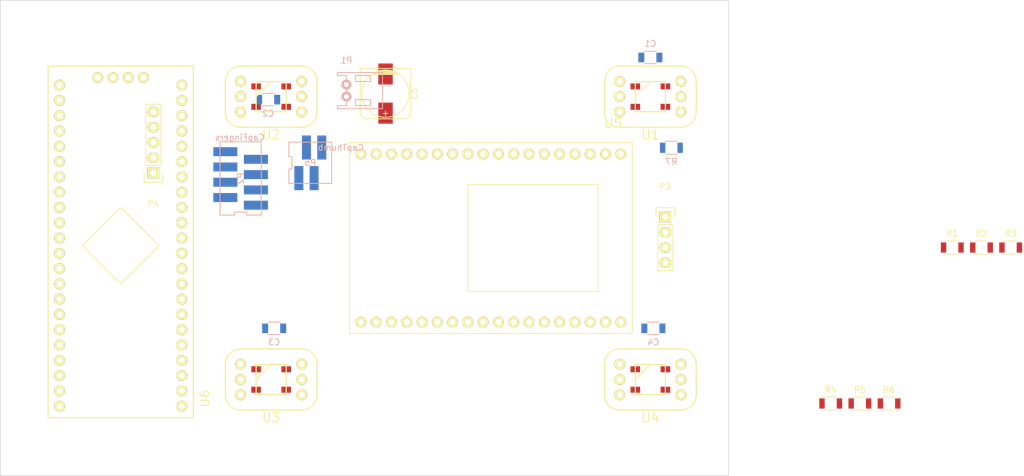
<source format=kicad_pcb>
(kicad_pcb (version 4) (host pcbnew "(2015-04-29 BZR 5631)-product")

  (general
    (links 81)
    (no_connects 81)
    (area 38.04 -118.35 182.050001 121.050001)
    (thickness 1.6)
    (drawings 4)
    (tracks 0)
    (zones 0)
    (modules 23)
    (nets 91)
  )

  (page A4)
  (layers
    (0 F.Cu signal)
    (31 B.Cu signal)
    (32 B.Adhes user)
    (33 F.Adhes user)
    (34 B.Paste user)
    (35 F.Paste user)
    (36 B.SilkS user)
    (37 F.SilkS user)
    (38 B.Mask user)
    (39 F.Mask user)
    (40 Dwgs.User user)
    (41 Cmts.User user)
    (42 Eco1.User user)
    (43 Eco2.User user)
    (44 Edge.Cuts user)
    (45 Margin user)
    (46 B.CrtYd user)
    (47 F.CrtYd user)
    (48 B.Fab user)
    (49 F.Fab user)
  )

  (setup
    (last_trace_width 0.25)
    (trace_clearance 0.2)
    (zone_clearance 0.508)
    (zone_45_only no)
    (trace_min 0.2)
    (segment_width 0.2)
    (edge_width 0.1)
    (via_size 0.6)
    (via_drill 0.4)
    (via_min_size 0.4)
    (via_min_drill 0.3)
    (uvia_size 0.3)
    (uvia_drill 0.1)
    (uvias_allowed no)
    (uvia_min_size 0.2)
    (uvia_min_drill 0.1)
    (pcb_text_width 0.3)
    (pcb_text_size 1.5 1.5)
    (mod_edge_width 0.15)
    (mod_text_size 1 1)
    (mod_text_width 0.15)
    (pad_size 1.5 1.5)
    (pad_drill 0.6)
    (pad_to_mask_clearance 0)
    (aux_axis_origin 0 0)
    (visible_elements FFFFF77F)
    (pcbplotparams
      (layerselection 0x00030_80000001)
      (usegerberextensions false)
      (excludeedgelayer true)
      (linewidth 0.100000)
      (plotframeref false)
      (viasonmask false)
      (mode 1)
      (useauxorigin false)
      (hpglpennumber 1)
      (hpglpenspeed 20)
      (hpglpendiameter 15)
      (hpglpenoverlay 2)
      (psnegative false)
      (psa4output false)
      (plotreference true)
      (plotvalue true)
      (plotinvisibletext false)
      (padsonsilk false)
      (subtractmaskfromsilk false)
      (outputformat 1)
      (mirror false)
      (drillshape 1)
      (scaleselection 1)
      (outputdirectory ""))
  )

  (net 0 "")
  (net 1 VDD)
  (net 2 GND)
  (net 3 "Net-(P3-Pad1)")
  (net 4 "Net-(P3-Pad3)")
  (net 5 "Net-(P4-Pad1)")
  (net 6 "Net-(P4-Pad3)")
  (net 7 "Net-(P4-Pad4)")
  (net 8 "Net-(P4-Pad5)")
  (net 9 "Net-(R1-Pad1)")
  (net 10 "Net-(R2-Pad1)")
  (net 11 "Net-(R3-Pad1)")
  (net 12 "Net-(P2-Pad7)")
  (net 13 "Net-(R4-Pad1)")
  (net 14 "Net-(P2-Pad5)")
  (net 15 "Net-(R5-Pad1)")
  (net 16 "Net-(P2-Pad3)")
  (net 17 "Net-(R6-Pad1)")
  (net 18 "Net-(P2-Pad1)")
  (net 19 "Net-(R7-Pad1)")
  (net 20 "Net-(R7-Pad2)")
  (net 21 "Net-(U1-Pad1)")
  (net 22 "Net-(U1-Pad4)")
  (net 23 "Net-(U2-Pad4)")
  (net 24 "Net-(U3-Pad4)")
  (net 25 "Net-(U5-Pad2)")
  (net 26 "Net-(U5-Pad3)")
  (net 27 "Net-(U5-Pad4)")
  (net 28 "Net-(U5-Pad5)")
  (net 29 "Net-(U5-Pad6)")
  (net 30 "Net-(U5-Pad7)")
  (net 31 "Net-(U5-Pad8)")
  (net 32 "Net-(U5-Pad9)")
  (net 33 "Net-(U5-Pad10)")
  (net 34 "Net-(U5-Pad11)")
  (net 35 "Net-(U5-Pad12)")
  (net 36 "Net-(U5-Pad13)")
  (net 37 "Net-(U5-Pad14)")
  (net 38 "Net-(U5-Pad15)")
  (net 39 "Net-(U5-Pad16)")
  (net 40 "Net-(U5-Pad18)")
  (net 41 "Net-(U5-Pad20)")
  (net 42 "Net-(U5-Pad21)")
  (net 43 "Net-(U5-Pad22)")
  (net 44 "Net-(U5-Pad23)")
  (net 45 "Net-(U5-Pad24)")
  (net 46 "Net-(U5-Pad25)")
  (net 47 "Net-(U5-Pad26)")
  (net 48 "Net-(U5-Pad27)")
  (net 49 "Net-(U5-Pad28)")
  (net 50 "Net-(U5-Pad29)")
  (net 51 "Net-(U5-Pad30)")
  (net 52 "Net-(U5-Pad31)")
  (net 53 "Net-(U5-Pad32)")
  (net 54 "Net-(U5-Pad33)")
  (net 55 "Net-(U5-Pad34)")
  (net 56 "Net-(U6-Pad2)")
  (net 57 "Net-(U6-Pad3)")
  (net 58 "Net-(U6-Pad5)")
  (net 59 "Net-(U6-Pad6)")
  (net 60 "Net-(U6-Pad7)")
  (net 61 "Net-(U6-Pad9)")
  (net 62 "Net-(U6-Pad10)")
  (net 63 "Net-(U6-Pad11)")
  (net 64 "Net-(U6-Pad12)")
  (net 65 "Net-(U6-Pad13)")
  (net 66 "Net-(U6-Pad14)")
  (net 67 "Net-(U6-Pad15)")
  (net 68 "Net-(U6-Pad17)")
  (net 69 "Net-(U6-Pad23)")
  (net 70 "Net-(U6-Pad24)")
  (net 71 "Net-(U6-Pad25)")
  (net 72 "Net-(U6-Pad26)")
  (net 73 "Net-(U6-Pad27)")
  (net 74 "Net-(U6-Pad28)")
  (net 75 "Net-(U6-Pad29)")
  (net 76 "Net-(U6-Pad31)")
  (net 77 "Net-(U6-Pad32)")
  (net 78 "Net-(U6-Pad33)")
  (net 79 "Net-(U6-Pad34)")
  (net 80 "Net-(U6-Pad35)")
  (net 81 "Net-(U6-Pad37)")
  (net 82 "Net-(U6-Pad40)")
  (net 83 "Net-(U6-Pad41)")
  (net 84 "Net-(U6-Pad42)")
  (net 85 "Net-(U6-Pad38)")
  (net 86 "Net-(U6-Pad46)")
  (net 87 "Net-(U6-Pad47)")
  (net 88 "Net-(U6-Pad48)")
  (net 89 "Net-(P5-Pad1)")
  (net 90 "Net-(P5-Pad3)")

  (net_class Default "This is the default net class."
    (clearance 0.2)
    (trace_width 0.25)
    (via_dia 0.6)
    (via_drill 0.4)
    (uvia_dia 0.3)
    (uvia_drill 0.1)
    (add_net GND)
    (add_net "Net-(P2-Pad1)")
    (add_net "Net-(P2-Pad3)")
    (add_net "Net-(P2-Pad5)")
    (add_net "Net-(P2-Pad7)")
    (add_net "Net-(P3-Pad1)")
    (add_net "Net-(P3-Pad3)")
    (add_net "Net-(P4-Pad1)")
    (add_net "Net-(P4-Pad3)")
    (add_net "Net-(P4-Pad4)")
    (add_net "Net-(P4-Pad5)")
    (add_net "Net-(P5-Pad1)")
    (add_net "Net-(P5-Pad3)")
    (add_net "Net-(R1-Pad1)")
    (add_net "Net-(R2-Pad1)")
    (add_net "Net-(R3-Pad1)")
    (add_net "Net-(R4-Pad1)")
    (add_net "Net-(R5-Pad1)")
    (add_net "Net-(R6-Pad1)")
    (add_net "Net-(R7-Pad1)")
    (add_net "Net-(R7-Pad2)")
    (add_net "Net-(U1-Pad1)")
    (add_net "Net-(U1-Pad4)")
    (add_net "Net-(U2-Pad4)")
    (add_net "Net-(U3-Pad4)")
    (add_net "Net-(U5-Pad10)")
    (add_net "Net-(U5-Pad11)")
    (add_net "Net-(U5-Pad12)")
    (add_net "Net-(U5-Pad13)")
    (add_net "Net-(U5-Pad14)")
    (add_net "Net-(U5-Pad15)")
    (add_net "Net-(U5-Pad16)")
    (add_net "Net-(U5-Pad18)")
    (add_net "Net-(U5-Pad2)")
    (add_net "Net-(U5-Pad20)")
    (add_net "Net-(U5-Pad21)")
    (add_net "Net-(U5-Pad22)")
    (add_net "Net-(U5-Pad23)")
    (add_net "Net-(U5-Pad24)")
    (add_net "Net-(U5-Pad25)")
    (add_net "Net-(U5-Pad26)")
    (add_net "Net-(U5-Pad27)")
    (add_net "Net-(U5-Pad28)")
    (add_net "Net-(U5-Pad29)")
    (add_net "Net-(U5-Pad3)")
    (add_net "Net-(U5-Pad30)")
    (add_net "Net-(U5-Pad31)")
    (add_net "Net-(U5-Pad32)")
    (add_net "Net-(U5-Pad33)")
    (add_net "Net-(U5-Pad34)")
    (add_net "Net-(U5-Pad4)")
    (add_net "Net-(U5-Pad5)")
    (add_net "Net-(U5-Pad6)")
    (add_net "Net-(U5-Pad7)")
    (add_net "Net-(U5-Pad8)")
    (add_net "Net-(U5-Pad9)")
    (add_net "Net-(U6-Pad10)")
    (add_net "Net-(U6-Pad11)")
    (add_net "Net-(U6-Pad12)")
    (add_net "Net-(U6-Pad13)")
    (add_net "Net-(U6-Pad14)")
    (add_net "Net-(U6-Pad15)")
    (add_net "Net-(U6-Pad17)")
    (add_net "Net-(U6-Pad2)")
    (add_net "Net-(U6-Pad23)")
    (add_net "Net-(U6-Pad24)")
    (add_net "Net-(U6-Pad25)")
    (add_net "Net-(U6-Pad26)")
    (add_net "Net-(U6-Pad27)")
    (add_net "Net-(U6-Pad28)")
    (add_net "Net-(U6-Pad29)")
    (add_net "Net-(U6-Pad3)")
    (add_net "Net-(U6-Pad31)")
    (add_net "Net-(U6-Pad32)")
    (add_net "Net-(U6-Pad33)")
    (add_net "Net-(U6-Pad34)")
    (add_net "Net-(U6-Pad35)")
    (add_net "Net-(U6-Pad37)")
    (add_net "Net-(U6-Pad38)")
    (add_net "Net-(U6-Pad40)")
    (add_net "Net-(U6-Pad41)")
    (add_net "Net-(U6-Pad42)")
    (add_net "Net-(U6-Pad46)")
    (add_net "Net-(U6-Pad47)")
    (add_net "Net-(U6-Pad48)")
    (add_net "Net-(U6-Pad5)")
    (add_net "Net-(U6-Pad6)")
    (add_net "Net-(U6-Pad7)")
    (add_net "Net-(U6-Pad9)")
    (add_net VDD)
  )

  (module Capacitors_SMD:C_1206 (layer B.Cu) (tedit 5415D7BD) (tstamp 5559D279)
    (at 169 51.5 180)
    (descr "Capacitor SMD 1206, reflow soldering, AVX (see smccp.pdf)")
    (tags "capacitor 1206")
    (path /5559CFA1)
    (attr smd)
    (fp_text reference C1 (at 0 2.3 180) (layer B.SilkS)
      (effects (font (size 1 1) (thickness 0.15)) (justify mirror))
    )
    (fp_text value 1µ (at 0 -2.3 180) (layer B.Fab)
      (effects (font (size 1 1) (thickness 0.15)) (justify mirror))
    )
    (fp_line (start -2.3 1.15) (end 2.3 1.15) (layer B.CrtYd) (width 0.05))
    (fp_line (start -2.3 -1.15) (end 2.3 -1.15) (layer B.CrtYd) (width 0.05))
    (fp_line (start -2.3 1.15) (end -2.3 -1.15) (layer B.CrtYd) (width 0.05))
    (fp_line (start 2.3 1.15) (end 2.3 -1.15) (layer B.CrtYd) (width 0.05))
    (fp_line (start 1 1.025) (end -1 1.025) (layer B.SilkS) (width 0.15))
    (fp_line (start -1 -1.025) (end 1 -1.025) (layer B.SilkS) (width 0.15))
    (pad 1 smd rect (at -1.5 0 180) (size 1 1.6) (layers B.Cu B.Paste B.Mask)
      (net 1 VDD))
    (pad 2 smd rect (at 1.5 0 180) (size 1 1.6) (layers B.Cu B.Paste B.Mask)
      (net 2 GND))
    (model Capacitors_SMD.3dshapes/C_1206.wrl
      (at (xyz 0 0 0))
      (scale (xyz 1 1 1))
      (rotate (xyz 0 0 0))
    )
  )

  (module Capacitors_SMD:C_1206 (layer B.Cu) (tedit 5415D7BD) (tstamp 5559D285)
    (at 105.5 58.5)
    (descr "Capacitor SMD 1206, reflow soldering, AVX (see smccp.pdf)")
    (tags "capacitor 1206")
    (path /5559CFFB)
    (attr smd)
    (fp_text reference C2 (at 0 2.3) (layer B.SilkS)
      (effects (font (size 1 1) (thickness 0.15)) (justify mirror))
    )
    (fp_text value 1µ (at 0 -2.3) (layer B.Fab)
      (effects (font (size 1 1) (thickness 0.15)) (justify mirror))
    )
    (fp_line (start -2.3 1.15) (end 2.3 1.15) (layer B.CrtYd) (width 0.05))
    (fp_line (start -2.3 -1.15) (end 2.3 -1.15) (layer B.CrtYd) (width 0.05))
    (fp_line (start -2.3 1.15) (end -2.3 -1.15) (layer B.CrtYd) (width 0.05))
    (fp_line (start 2.3 1.15) (end 2.3 -1.15) (layer B.CrtYd) (width 0.05))
    (fp_line (start 1 1.025) (end -1 1.025) (layer B.SilkS) (width 0.15))
    (fp_line (start -1 -1.025) (end 1 -1.025) (layer B.SilkS) (width 0.15))
    (pad 1 smd rect (at -1.5 0) (size 1 1.6) (layers B.Cu B.Paste B.Mask)
      (net 1 VDD))
    (pad 2 smd rect (at 1.5 0) (size 1 1.6) (layers B.Cu B.Paste B.Mask)
      (net 2 GND))
    (model Capacitors_SMD.3dshapes/C_1206.wrl
      (at (xyz 0 0 0))
      (scale (xyz 1 1 1))
      (rotate (xyz 0 0 0))
    )
  )

  (module Capacitors_SMD:C_1206 (layer B.Cu) (tedit 5415D7BD) (tstamp 5559D291)
    (at 106.5 96.5)
    (descr "Capacitor SMD 1206, reflow soldering, AVX (see smccp.pdf)")
    (tags "capacitor 1206")
    (path /5559D031)
    (attr smd)
    (fp_text reference C3 (at 0 2.3) (layer B.SilkS)
      (effects (font (size 1 1) (thickness 0.15)) (justify mirror))
    )
    (fp_text value 1µ (at 0 -2.3) (layer B.Fab)
      (effects (font (size 1 1) (thickness 0.15)) (justify mirror))
    )
    (fp_line (start -2.3 1.15) (end 2.3 1.15) (layer B.CrtYd) (width 0.05))
    (fp_line (start -2.3 -1.15) (end 2.3 -1.15) (layer B.CrtYd) (width 0.05))
    (fp_line (start -2.3 1.15) (end -2.3 -1.15) (layer B.CrtYd) (width 0.05))
    (fp_line (start 2.3 1.15) (end 2.3 -1.15) (layer B.CrtYd) (width 0.05))
    (fp_line (start 1 1.025) (end -1 1.025) (layer B.SilkS) (width 0.15))
    (fp_line (start -1 -1.025) (end 1 -1.025) (layer B.SilkS) (width 0.15))
    (pad 1 smd rect (at -1.5 0) (size 1 1.6) (layers B.Cu B.Paste B.Mask)
      (net 1 VDD))
    (pad 2 smd rect (at 1.5 0) (size 1 1.6) (layers B.Cu B.Paste B.Mask)
      (net 2 GND))
    (model Capacitors_SMD.3dshapes/C_1206.wrl
      (at (xyz 0 0 0))
      (scale (xyz 1 1 1))
      (rotate (xyz 0 0 0))
    )
  )

  (module Capacitors_SMD:C_1206 (layer B.Cu) (tedit 5415D7BD) (tstamp 5559D29D)
    (at 169.5 96.5)
    (descr "Capacitor SMD 1206, reflow soldering, AVX (see smccp.pdf)")
    (tags "capacitor 1206")
    (path /5559D069)
    (attr smd)
    (fp_text reference C4 (at 0 2.3) (layer B.SilkS)
      (effects (font (size 1 1) (thickness 0.15)) (justify mirror))
    )
    (fp_text value 1µ (at 0 -2.3) (layer B.Fab)
      (effects (font (size 1 1) (thickness 0.15)) (justify mirror))
    )
    (fp_line (start -2.3 1.15) (end 2.3 1.15) (layer B.CrtYd) (width 0.05))
    (fp_line (start -2.3 -1.15) (end 2.3 -1.15) (layer B.CrtYd) (width 0.05))
    (fp_line (start -2.3 1.15) (end -2.3 -1.15) (layer B.CrtYd) (width 0.05))
    (fp_line (start 2.3 1.15) (end 2.3 -1.15) (layer B.CrtYd) (width 0.05))
    (fp_line (start 1 1.025) (end -1 1.025) (layer B.SilkS) (width 0.15))
    (fp_line (start -1 -1.025) (end 1 -1.025) (layer B.SilkS) (width 0.15))
    (pad 1 smd rect (at -1.5 0) (size 1 1.6) (layers B.Cu B.Paste B.Mask)
      (net 1 VDD))
    (pad 2 smd rect (at 1.5 0) (size 1 1.6) (layers B.Cu B.Paste B.Mask)
      (net 2 GND))
    (model Capacitors_SMD.3dshapes/C_1206.wrl
      (at (xyz 0 0 0))
      (scale (xyz 1 1 1))
      (rotate (xyz 0 0 0))
    )
  )

  (module Pin_Headers:Pin_Header_Straight_1x04 (layer F.Cu) (tedit 0) (tstamp 5559D2C1)
    (at 171.5 78)
    (descr "Through hole pin header")
    (tags "pin header")
    (path /5549025F)
    (fp_text reference P3 (at 0 -5.1) (layer F.SilkS)
      (effects (font (size 1 1) (thickness 0.15)))
    )
    (fp_text value "TO LOWER" (at 0 -3.1) (layer F.Fab)
      (effects (font (size 1 1) (thickness 0.15)))
    )
    (fp_line (start -1.75 -1.75) (end -1.75 9.4) (layer F.CrtYd) (width 0.05))
    (fp_line (start 1.75 -1.75) (end 1.75 9.4) (layer F.CrtYd) (width 0.05))
    (fp_line (start -1.75 -1.75) (end 1.75 -1.75) (layer F.CrtYd) (width 0.05))
    (fp_line (start -1.75 9.4) (end 1.75 9.4) (layer F.CrtYd) (width 0.05))
    (fp_line (start -1.27 1.27) (end -1.27 8.89) (layer F.SilkS) (width 0.15))
    (fp_line (start 1.27 1.27) (end 1.27 8.89) (layer F.SilkS) (width 0.15))
    (fp_line (start 1.55 -1.55) (end 1.55 0) (layer F.SilkS) (width 0.15))
    (fp_line (start -1.27 8.89) (end 1.27 8.89) (layer F.SilkS) (width 0.15))
    (fp_line (start 1.27 1.27) (end -1.27 1.27) (layer F.SilkS) (width 0.15))
    (fp_line (start -1.55 0) (end -1.55 -1.55) (layer F.SilkS) (width 0.15))
    (fp_line (start -1.55 -1.55) (end 1.55 -1.55) (layer F.SilkS) (width 0.15))
    (pad 1 thru_hole rect (at 0 0) (size 2.032 1.7272) (drill 1.016) (layers *.Cu *.Mask F.SilkS)
      (net 3 "Net-(P3-Pad1)"))
    (pad 2 thru_hole oval (at 0 2.54) (size 2.032 1.7272) (drill 1.016) (layers *.Cu *.Mask F.SilkS)
      (net 1 VDD))
    (pad 3 thru_hole oval (at 0 5.08) (size 2.032 1.7272) (drill 1.016) (layers *.Cu *.Mask F.SilkS)
      (net 4 "Net-(P3-Pad3)"))
    (pad 4 thru_hole oval (at 0 7.62) (size 2.032 1.7272) (drill 1.016) (layers *.Cu *.Mask F.SilkS)
      (net 2 GND))
    (model Pin_Headers.3dshapes/Pin_Header_Straight_1x04.wrl
      (at (xyz 0 -0.15 0))
      (scale (xyz 1 1 1))
      (rotate (xyz 0 0 90))
    )
  )

  (module Pin_Headers:Pin_Header_Straight_1x05 (layer F.Cu) (tedit 54EA0684) (tstamp 5559D2D5)
    (at 86.44 70.7 180)
    (descr "Through hole pin header")
    (tags "pin header")
    (path /5548E536)
    (fp_text reference P4 (at 0 -5.1 180) (layer F.SilkS)
      (effects (font (size 1 1) (thickness 0.15)))
    )
    (fp_text value "Debug Conn" (at 0 -3.1 180) (layer F.Fab)
      (effects (font (size 1 1) (thickness 0.15)))
    )
    (fp_line (start -1.55 0) (end -1.55 -1.55) (layer F.SilkS) (width 0.15))
    (fp_line (start -1.55 -1.55) (end 1.55 -1.55) (layer F.SilkS) (width 0.15))
    (fp_line (start 1.55 -1.55) (end 1.55 0) (layer F.SilkS) (width 0.15))
    (fp_line (start -1.75 -1.75) (end -1.75 11.95) (layer F.CrtYd) (width 0.05))
    (fp_line (start 1.75 -1.75) (end 1.75 11.95) (layer F.CrtYd) (width 0.05))
    (fp_line (start -1.75 -1.75) (end 1.75 -1.75) (layer F.CrtYd) (width 0.05))
    (fp_line (start -1.75 11.95) (end 1.75 11.95) (layer F.CrtYd) (width 0.05))
    (fp_line (start 1.27 1.27) (end 1.27 11.43) (layer F.SilkS) (width 0.15))
    (fp_line (start 1.27 11.43) (end -1.27 11.43) (layer F.SilkS) (width 0.15))
    (fp_line (start -1.27 11.43) (end -1.27 1.27) (layer F.SilkS) (width 0.15))
    (fp_line (start 1.27 1.27) (end -1.27 1.27) (layer F.SilkS) (width 0.15))
    (pad 1 thru_hole rect (at 0 0 180) (size 2.032 1.7272) (drill 1.016) (layers *.Cu *.Mask F.SilkS)
      (net 5 "Net-(P4-Pad1)"))
    (pad 2 thru_hole oval (at 0 2.54 180) (size 2.032 1.7272) (drill 1.016) (layers *.Cu *.Mask F.SilkS)
      (net 2 GND))
    (pad 3 thru_hole oval (at 0 5.08 180) (size 2.032 1.7272) (drill 1.016) (layers *.Cu *.Mask F.SilkS)
      (net 6 "Net-(P4-Pad3)"))
    (pad 4 thru_hole oval (at 0 7.62 180) (size 2.032 1.7272) (drill 1.016) (layers *.Cu *.Mask F.SilkS)
      (net 7 "Net-(P4-Pad4)"))
    (pad 5 thru_hole oval (at 0 10.16 180) (size 2.032 1.7272) (drill 1.016) (layers *.Cu *.Mask F.SilkS)
      (net 8 "Net-(P4-Pad5)"))
    (model Pin_Headers.3dshapes/Pin_Header_Straight_1x05.wrl
      (at (xyz 0 -0.2 0))
      (scale (xyz 1 1 1))
      (rotate (xyz 0 0 90))
    )
  )

  (module Resistors_SMD:R_1206 (layer F.Cu) (tedit 5415CFA7) (tstamp 5559D2E1)
    (at 219.165001 83.075)
    (descr "Resistor SMD 1206, reflow soldering, Vishay (see dcrcw.pdf)")
    (tags "resistor 1206")
    (path /5548D9A3)
    (attr smd)
    (fp_text reference R1 (at 0 -2.3) (layer F.SilkS)
      (effects (font (size 1 1) (thickness 0.15)))
    )
    (fp_text value Rcap (at 0 2.3) (layer F.Fab)
      (effects (font (size 1 1) (thickness 0.15)))
    )
    (fp_line (start -2.2 -1.2) (end 2.2 -1.2) (layer F.CrtYd) (width 0.05))
    (fp_line (start -2.2 1.2) (end 2.2 1.2) (layer F.CrtYd) (width 0.05))
    (fp_line (start -2.2 -1.2) (end -2.2 1.2) (layer F.CrtYd) (width 0.05))
    (fp_line (start 2.2 -1.2) (end 2.2 1.2) (layer F.CrtYd) (width 0.05))
    (fp_line (start 1 1.075) (end -1 1.075) (layer F.SilkS) (width 0.15))
    (fp_line (start -1 -1.075) (end 1 -1.075) (layer F.SilkS) (width 0.15))
    (pad 1 smd rect (at -1.45 0) (size 0.9 1.7) (layers F.Cu F.Paste F.Mask)
      (net 9 "Net-(R1-Pad1)"))
    (pad 2 smd rect (at 1.45 0) (size 0.9 1.7) (layers F.Cu F.Paste F.Mask)
      (net 18 "Net-(P2-Pad1)"))
    (model Resistors_SMD.3dshapes/R_1206.wrl
      (at (xyz 0 0 0))
      (scale (xyz 1 1 1))
      (rotate (xyz 0 0 0))
    )
  )

  (module Resistors_SMD:R_1206 (layer F.Cu) (tedit 5415CFA7) (tstamp 5559D2ED)
    (at 224.015001 83.075)
    (descr "Resistor SMD 1206, reflow soldering, Vishay (see dcrcw.pdf)")
    (tags "resistor 1206")
    (path /5548D982)
    (attr smd)
    (fp_text reference R2 (at 0 -2.3) (layer F.SilkS)
      (effects (font (size 1 1) (thickness 0.15)))
    )
    (fp_text value Rcap (at 0 2.3) (layer F.Fab)
      (effects (font (size 1 1) (thickness 0.15)))
    )
    (fp_line (start -2.2 -1.2) (end 2.2 -1.2) (layer F.CrtYd) (width 0.05))
    (fp_line (start -2.2 1.2) (end 2.2 1.2) (layer F.CrtYd) (width 0.05))
    (fp_line (start -2.2 -1.2) (end -2.2 1.2) (layer F.CrtYd) (width 0.05))
    (fp_line (start 2.2 -1.2) (end 2.2 1.2) (layer F.CrtYd) (width 0.05))
    (fp_line (start 1 1.075) (end -1 1.075) (layer F.SilkS) (width 0.15))
    (fp_line (start -1 -1.075) (end 1 -1.075) (layer F.SilkS) (width 0.15))
    (pad 1 smd rect (at -1.45 0) (size 0.9 1.7) (layers F.Cu F.Paste F.Mask)
      (net 10 "Net-(R2-Pad1)"))
    (pad 2 smd rect (at 1.45 0) (size 0.9 1.7) (layers F.Cu F.Paste F.Mask)
      (net 16 "Net-(P2-Pad3)"))
    (model Resistors_SMD.3dshapes/R_1206.wrl
      (at (xyz 0 0 0))
      (scale (xyz 1 1 1))
      (rotate (xyz 0 0 0))
    )
  )

  (module Resistors_SMD:R_1206 (layer F.Cu) (tedit 5415CFA7) (tstamp 5559D2F9)
    (at 228.865001 83.075)
    (descr "Resistor SMD 1206, reflow soldering, Vishay (see dcrcw.pdf)")
    (tags "resistor 1206")
    (path /5548D8ED)
    (attr smd)
    (fp_text reference R3 (at 0 -2.3) (layer F.SilkS)
      (effects (font (size 1 1) (thickness 0.15)))
    )
    (fp_text value Rcap (at 0 2.3) (layer F.Fab)
      (effects (font (size 1 1) (thickness 0.15)))
    )
    (fp_line (start -2.2 -1.2) (end 2.2 -1.2) (layer F.CrtYd) (width 0.05))
    (fp_line (start -2.2 1.2) (end 2.2 1.2) (layer F.CrtYd) (width 0.05))
    (fp_line (start -2.2 -1.2) (end -2.2 1.2) (layer F.CrtYd) (width 0.05))
    (fp_line (start 2.2 -1.2) (end 2.2 1.2) (layer F.CrtYd) (width 0.05))
    (fp_line (start 1 1.075) (end -1 1.075) (layer F.SilkS) (width 0.15))
    (fp_line (start -1 -1.075) (end 1 -1.075) (layer F.SilkS) (width 0.15))
    (pad 1 smd rect (at -1.45 0) (size 0.9 1.7) (layers F.Cu F.Paste F.Mask)
      (net 11 "Net-(R3-Pad1)"))
    (pad 2 smd rect (at 1.45 0) (size 0.9 1.7) (layers F.Cu F.Paste F.Mask)
      (net 14 "Net-(P2-Pad5)"))
    (model Resistors_SMD.3dshapes/R_1206.wrl
      (at (xyz 0 0 0))
      (scale (xyz 1 1 1))
      (rotate (xyz 0 0 0))
    )
  )

  (module Resistors_SMD:R_1206 (layer F.Cu) (tedit 5415CFA7) (tstamp 5559D305)
    (at 198.965001 108.985)
    (descr "Resistor SMD 1206, reflow soldering, Vishay (see dcrcw.pdf)")
    (tags "resistor 1206")
    (path /5548D918)
    (attr smd)
    (fp_text reference R4 (at 0 -2.3) (layer F.SilkS)
      (effects (font (size 1 1) (thickness 0.15)))
    )
    (fp_text value Rcap (at 0 2.3) (layer F.Fab)
      (effects (font (size 1 1) (thickness 0.15)))
    )
    (fp_line (start -2.2 -1.2) (end 2.2 -1.2) (layer F.CrtYd) (width 0.05))
    (fp_line (start -2.2 1.2) (end 2.2 1.2) (layer F.CrtYd) (width 0.05))
    (fp_line (start -2.2 -1.2) (end -2.2 1.2) (layer F.CrtYd) (width 0.05))
    (fp_line (start 2.2 -1.2) (end 2.2 1.2) (layer F.CrtYd) (width 0.05))
    (fp_line (start 1 1.075) (end -1 1.075) (layer F.SilkS) (width 0.15))
    (fp_line (start -1 -1.075) (end 1 -1.075) (layer F.SilkS) (width 0.15))
    (pad 1 smd rect (at -1.45 0) (size 0.9 1.7) (layers F.Cu F.Paste F.Mask)
      (net 13 "Net-(R4-Pad1)"))
    (pad 2 smd rect (at 1.45 0) (size 0.9 1.7) (layers F.Cu F.Paste F.Mask)
      (net 12 "Net-(P2-Pad7)"))
    (model Resistors_SMD.3dshapes/R_1206.wrl
      (at (xyz 0 0 0))
      (scale (xyz 1 1 1))
      (rotate (xyz 0 0 0))
    )
  )

  (module Resistors_SMD:R_1206 (layer F.Cu) (tedit 5415CFA7) (tstamp 5559D311)
    (at 203.815001 108.985)
    (descr "Resistor SMD 1206, reflow soldering, Vishay (see dcrcw.pdf)")
    (tags "resistor 1206")
    (path /5548D948)
    (attr smd)
    (fp_text reference R5 (at 0 -2.3) (layer F.SilkS)
      (effects (font (size 1 1) (thickness 0.15)))
    )
    (fp_text value Rcap (at 0 2.3) (layer F.Fab)
      (effects (font (size 1 1) (thickness 0.15)))
    )
    (fp_line (start -2.2 -1.2) (end 2.2 -1.2) (layer F.CrtYd) (width 0.05))
    (fp_line (start -2.2 1.2) (end 2.2 1.2) (layer F.CrtYd) (width 0.05))
    (fp_line (start -2.2 -1.2) (end -2.2 1.2) (layer F.CrtYd) (width 0.05))
    (fp_line (start 2.2 -1.2) (end 2.2 1.2) (layer F.CrtYd) (width 0.05))
    (fp_line (start 1 1.075) (end -1 1.075) (layer F.SilkS) (width 0.15))
    (fp_line (start -1 -1.075) (end 1 -1.075) (layer F.SilkS) (width 0.15))
    (pad 1 smd rect (at -1.45 0) (size 0.9 1.7) (layers F.Cu F.Paste F.Mask)
      (net 15 "Net-(R5-Pad1)"))
    (pad 2 smd rect (at 1.45 0) (size 0.9 1.7) (layers F.Cu F.Paste F.Mask)
      (net 89 "Net-(P5-Pad1)"))
    (model Resistors_SMD.3dshapes/R_1206.wrl
      (at (xyz 0 0 0))
      (scale (xyz 1 1 1))
      (rotate (xyz 0 0 0))
    )
  )

  (module Resistors_SMD:R_1206 (layer F.Cu) (tedit 5415CFA7) (tstamp 5559D31D)
    (at 208.665001 108.985)
    (descr "Resistor SMD 1206, reflow soldering, Vishay (see dcrcw.pdf)")
    (tags "resistor 1206")
    (path /5548D964)
    (attr smd)
    (fp_text reference R6 (at 0 -2.3) (layer F.SilkS)
      (effects (font (size 1 1) (thickness 0.15)))
    )
    (fp_text value Rcap (at 0 2.3) (layer F.Fab)
      (effects (font (size 1 1) (thickness 0.15)))
    )
    (fp_line (start -2.2 -1.2) (end 2.2 -1.2) (layer F.CrtYd) (width 0.05))
    (fp_line (start -2.2 1.2) (end 2.2 1.2) (layer F.CrtYd) (width 0.05))
    (fp_line (start -2.2 -1.2) (end -2.2 1.2) (layer F.CrtYd) (width 0.05))
    (fp_line (start 2.2 -1.2) (end 2.2 1.2) (layer F.CrtYd) (width 0.05))
    (fp_line (start 1 1.075) (end -1 1.075) (layer F.SilkS) (width 0.15))
    (fp_line (start -1 -1.075) (end 1 -1.075) (layer F.SilkS) (width 0.15))
    (pad 1 smd rect (at -1.45 0) (size 0.9 1.7) (layers F.Cu F.Paste F.Mask)
      (net 17 "Net-(R6-Pad1)"))
    (pad 2 smd rect (at 1.45 0) (size 0.9 1.7) (layers F.Cu F.Paste F.Mask)
      (net 90 "Net-(P5-Pad3)"))
    (model Resistors_SMD.3dshapes/R_1206.wrl
      (at (xyz 0 0 0))
      (scale (xyz 1 1 1))
      (rotate (xyz 0 0 0))
    )
  )

  (module Resistors_SMD:R_1206 (layer B.Cu) (tedit 5415CFA7) (tstamp 5559D329)
    (at 172.5 66.5)
    (descr "Resistor SMD 1206, reflow soldering, Vishay (see dcrcw.pdf)")
    (tags "resistor 1206")
    (path /5559D6FB)
    (attr smd)
    (fp_text reference R7 (at 0 2.3) (layer B.SilkS)
      (effects (font (size 1 1) (thickness 0.15)) (justify mirror))
    )
    (fp_text value 100 (at 0 -2.3) (layer B.Fab)
      (effects (font (size 1 1) (thickness 0.15)) (justify mirror))
    )
    (fp_line (start -2.2 1.2) (end 2.2 1.2) (layer B.CrtYd) (width 0.05))
    (fp_line (start -2.2 -1.2) (end 2.2 -1.2) (layer B.CrtYd) (width 0.05))
    (fp_line (start -2.2 1.2) (end -2.2 -1.2) (layer B.CrtYd) (width 0.05))
    (fp_line (start 2.2 1.2) (end 2.2 -1.2) (layer B.CrtYd) (width 0.05))
    (fp_line (start 1 -1.075) (end -1 -1.075) (layer B.SilkS) (width 0.15))
    (fp_line (start -1 1.075) (end 1 1.075) (layer B.SilkS) (width 0.15))
    (pad 1 smd rect (at -1.45 0) (size 0.9 1.7) (layers B.Cu B.Paste B.Mask)
      (net 19 "Net-(R7-Pad1)"))
    (pad 2 smd rect (at 1.45 0) (size 0.9 1.7) (layers B.Cu B.Paste B.Mask)
      (net 20 "Net-(R7-Pad2)"))
    (model Resistors_SMD.3dshapes/R_1206.wrl
      (at (xyz 0 0 0))
      (scale (xyz 1 1 1))
      (rotate (xyz 0 0 0))
    )
  )

  (module Pushpull:NeoPixel_WS2812B (layer F.Cu) (tedit 5559CED5) (tstamp 5559D345)
    (at 169 58)
    (path /5548F329)
    (fp_text reference U1 (at 0 6.35) (layer F.SilkS)
      (effects (font (size 1.5 1.5) (thickness 0.2)))
    )
    (fp_text value NEOPixel_BBFriend (at 0 -6.5) (layer F.Fab)
      (effects (font (size 1.5 1.5) (thickness 0.2)))
    )
    (fp_line (start 0 -2.5) (end -2.5 0) (layer F.SilkS) (width 0.2))
    (fp_line (start 2.5 -2.5) (end 2.5 2.5) (layer F.SilkS) (width 0.2))
    (fp_line (start -2.5 -2) (end -2.5 -2.5) (layer F.SilkS) (width 0.2))
    (fp_line (start 2.5 -2.5) (end -2.5 -2.5) (layer F.SilkS) (width 0.2))
    (fp_line (start 2.5 2.5) (end -2.5 2.5) (layer F.SilkS) (width 0.2))
    (fp_line (start -2.5 2.5) (end -2.5 -2) (layer F.SilkS) (width 0.2))
    (fp_arc (start -5.08 2.54) (end -5.08 5.08) (angle 90) (layer F.SilkS) (width 0.2))
    (fp_arc (start 5.08 2.54) (end 7.62 2.54) (angle 90) (layer F.SilkS) (width 0.2))
    (fp_arc (start 5.08 -2.54) (end 5.08 -5.08) (angle 90) (layer F.SilkS) (width 0.2))
    (fp_arc (start -5.08 -2.54) (end -7.62 -2.54) (angle 90) (layer F.SilkS) (width 0.2))
    (fp_line (start 5.08 5.08) (end -5.08 5.08) (layer F.SilkS) (width 0.2))
    (fp_line (start 7.62 -2.54) (end 7.62 2.54) (layer F.SilkS) (width 0.2))
    (fp_line (start -5.08 -5.08) (end 5.08 -5.08) (layer F.SilkS) (width 0.2))
    (fp_line (start -7.62 2.54) (end -7.62 -2.54) (layer F.SilkS) (width 0.2))
    (pad 1 thru_hole circle (at -5.08 -2.54) (size 1.8 1.8) (drill 1) (layers *.Cu *.Mask F.SilkS)
      (net 21 "Net-(U1-Pad1)"))
    (pad 2 thru_hole circle (at -5.08 0) (size 1.8 1.8) (drill 1) (layers *.Cu *.Mask F.SilkS)
      (net 2 GND))
    (pad 3 thru_hole circle (at -5.08 2.54) (size 1.8 1.8) (drill 1) (layers *.Cu *.Mask F.SilkS)
      (net 19 "Net-(R7-Pad1)"))
    (pad 4 thru_hole circle (at 5.08 2.54) (size 1.8 1.8) (drill 1) (layers *.Cu *.Mask F.SilkS)
      (net 22 "Net-(U1-Pad4)"))
    (pad 5 thru_hole circle (at 5.08 0) (size 1.8 1.8) (drill 1) (layers *.Cu *.Mask F.SilkS)
      (net 2 GND))
    (pad 6 thru_hole circle (at 5.08 -2.54) (size 1.8 1.8) (drill 1) (layers *.Cu *.Mask F.SilkS)
      (net 1 VDD))
    (pad 6 smd rect (at 2.5 1.7 180) (size 1.6 1) (layers F.Cu F.Paste F.Mask)
      (net 1 VDD))
    (pad 4 smd rect (at 2.5 -1.7 180) (size 1.6 1) (layers F.Cu F.Paste F.Mask)
      (net 22 "Net-(U1-Pad4)"))
    (pad 2 smd rect (at -2.5 -1.7 180) (size 1.6 1) (layers F.Cu F.Paste F.Mask)
      (net 2 GND))
    (pad 3 smd rect (at -2.5 1.7 180) (size 1.6 1) (layers F.Cu F.Paste F.Mask)
      (net 19 "Net-(R7-Pad1)"))
  )

  (module Pushpull:NeoPixel_WS2812B (layer F.Cu) (tedit 5559CED5) (tstamp 5559D361)
    (at 106 58)
    (path /5548F268)
    (fp_text reference U2 (at 0 6.35) (layer F.SilkS)
      (effects (font (size 1.5 1.5) (thickness 0.2)))
    )
    (fp_text value NEOPixel_BBFriend (at 0 -6.5) (layer F.Fab)
      (effects (font (size 1.5 1.5) (thickness 0.2)))
    )
    (fp_line (start 0 -2.5) (end -2.5 0) (layer F.SilkS) (width 0.2))
    (fp_line (start 2.5 -2.5) (end 2.5 2.5) (layer F.SilkS) (width 0.2))
    (fp_line (start -2.5 -2) (end -2.5 -2.5) (layer F.SilkS) (width 0.2))
    (fp_line (start 2.5 -2.5) (end -2.5 -2.5) (layer F.SilkS) (width 0.2))
    (fp_line (start 2.5 2.5) (end -2.5 2.5) (layer F.SilkS) (width 0.2))
    (fp_line (start -2.5 2.5) (end -2.5 -2) (layer F.SilkS) (width 0.2))
    (fp_arc (start -5.08 2.54) (end -5.08 5.08) (angle 90) (layer F.SilkS) (width 0.2))
    (fp_arc (start 5.08 2.54) (end 7.62 2.54) (angle 90) (layer F.SilkS) (width 0.2))
    (fp_arc (start 5.08 -2.54) (end 5.08 -5.08) (angle 90) (layer F.SilkS) (width 0.2))
    (fp_arc (start -5.08 -2.54) (end -7.62 -2.54) (angle 90) (layer F.SilkS) (width 0.2))
    (fp_line (start 5.08 5.08) (end -5.08 5.08) (layer F.SilkS) (width 0.2))
    (fp_line (start 7.62 -2.54) (end 7.62 2.54) (layer F.SilkS) (width 0.2))
    (fp_line (start -5.08 -5.08) (end 5.08 -5.08) (layer F.SilkS) (width 0.2))
    (fp_line (start -7.62 2.54) (end -7.62 -2.54) (layer F.SilkS) (width 0.2))
    (pad 1 thru_hole circle (at -5.08 -2.54) (size 1.8 1.8) (drill 1) (layers *.Cu *.Mask F.SilkS)
      (net 21 "Net-(U1-Pad1)"))
    (pad 2 thru_hole circle (at -5.08 0) (size 1.8 1.8) (drill 1) (layers *.Cu *.Mask F.SilkS)
      (net 2 GND))
    (pad 3 thru_hole circle (at -5.08 2.54) (size 1.8 1.8) (drill 1) (layers *.Cu *.Mask F.SilkS)
      (net 22 "Net-(U1-Pad4)"))
    (pad 4 thru_hole circle (at 5.08 2.54) (size 1.8 1.8) (drill 1) (layers *.Cu *.Mask F.SilkS)
      (net 23 "Net-(U2-Pad4)"))
    (pad 5 thru_hole circle (at 5.08 0) (size 1.8 1.8) (drill 1) (layers *.Cu *.Mask F.SilkS)
      (net 2 GND))
    (pad 6 thru_hole circle (at 5.08 -2.54) (size 1.8 1.8) (drill 1) (layers *.Cu *.Mask F.SilkS)
      (net 1 VDD))
    (pad 6 smd rect (at 2.5 1.7 180) (size 1.6 1) (layers F.Cu F.Paste F.Mask)
      (net 1 VDD))
    (pad 4 smd rect (at 2.5 -1.7 180) (size 1.6 1) (layers F.Cu F.Paste F.Mask)
      (net 23 "Net-(U2-Pad4)"))
    (pad 2 smd rect (at -2.5 -1.7 180) (size 1.6 1) (layers F.Cu F.Paste F.Mask)
      (net 2 GND))
    (pad 3 smd rect (at -2.5 1.7 180) (size 1.6 1) (layers F.Cu F.Paste F.Mask)
      (net 22 "Net-(U1-Pad4)"))
  )

  (module Pushpull:NeoPixel_WS2812B (layer F.Cu) (tedit 5559CED5) (tstamp 5559D37D)
    (at 106 105)
    (path /5548F3A2)
    (fp_text reference U3 (at 0 6.35) (layer F.SilkS)
      (effects (font (size 1.5 1.5) (thickness 0.2)))
    )
    (fp_text value NEOPixel_BBFriend (at 0 -6.5) (layer F.Fab)
      (effects (font (size 1.5 1.5) (thickness 0.2)))
    )
    (fp_line (start 0 -2.5) (end -2.5 0) (layer F.SilkS) (width 0.2))
    (fp_line (start 2.5 -2.5) (end 2.5 2.5) (layer F.SilkS) (width 0.2))
    (fp_line (start -2.5 -2) (end -2.5 -2.5) (layer F.SilkS) (width 0.2))
    (fp_line (start 2.5 -2.5) (end -2.5 -2.5) (layer F.SilkS) (width 0.2))
    (fp_line (start 2.5 2.5) (end -2.5 2.5) (layer F.SilkS) (width 0.2))
    (fp_line (start -2.5 2.5) (end -2.5 -2) (layer F.SilkS) (width 0.2))
    (fp_arc (start -5.08 2.54) (end -5.08 5.08) (angle 90) (layer F.SilkS) (width 0.2))
    (fp_arc (start 5.08 2.54) (end 7.62 2.54) (angle 90) (layer F.SilkS) (width 0.2))
    (fp_arc (start 5.08 -2.54) (end 5.08 -5.08) (angle 90) (layer F.SilkS) (width 0.2))
    (fp_arc (start -5.08 -2.54) (end -7.62 -2.54) (angle 90) (layer F.SilkS) (width 0.2))
    (fp_line (start 5.08 5.08) (end -5.08 5.08) (layer F.SilkS) (width 0.2))
    (fp_line (start 7.62 -2.54) (end 7.62 2.54) (layer F.SilkS) (width 0.2))
    (fp_line (start -5.08 -5.08) (end 5.08 -5.08) (layer F.SilkS) (width 0.2))
    (fp_line (start -7.62 2.54) (end -7.62 -2.54) (layer F.SilkS) (width 0.2))
    (pad 1 thru_hole circle (at -5.08 -2.54) (size 1.8 1.8) (drill 1) (layers *.Cu *.Mask F.SilkS)
      (net 21 "Net-(U1-Pad1)"))
    (pad 2 thru_hole circle (at -5.08 0) (size 1.8 1.8) (drill 1) (layers *.Cu *.Mask F.SilkS)
      (net 2 GND))
    (pad 3 thru_hole circle (at -5.08 2.54) (size 1.8 1.8) (drill 1) (layers *.Cu *.Mask F.SilkS)
      (net 23 "Net-(U2-Pad4)"))
    (pad 4 thru_hole circle (at 5.08 2.54) (size 1.8 1.8) (drill 1) (layers *.Cu *.Mask F.SilkS)
      (net 24 "Net-(U3-Pad4)"))
    (pad 5 thru_hole circle (at 5.08 0) (size 1.8 1.8) (drill 1) (layers *.Cu *.Mask F.SilkS)
      (net 2 GND))
    (pad 6 thru_hole circle (at 5.08 -2.54) (size 1.8 1.8) (drill 1) (layers *.Cu *.Mask F.SilkS)
      (net 1 VDD))
    (pad 6 smd rect (at 2.5 1.7 180) (size 1.6 1) (layers F.Cu F.Paste F.Mask)
      (net 1 VDD))
    (pad 4 smd rect (at 2.5 -1.7 180) (size 1.6 1) (layers F.Cu F.Paste F.Mask)
      (net 24 "Net-(U3-Pad4)"))
    (pad 2 smd rect (at -2.5 -1.7 180) (size 1.6 1) (layers F.Cu F.Paste F.Mask)
      (net 2 GND))
    (pad 3 smd rect (at -2.5 1.7 180) (size 1.6 1) (layers F.Cu F.Paste F.Mask)
      (net 23 "Net-(U2-Pad4)"))
  )

  (module Pushpull:NeoPixel_WS2812B (layer F.Cu) (tedit 5559CED5) (tstamp 5559D399)
    (at 169 105)
    (path /5548F3F3)
    (fp_text reference U4 (at 0 6.35) (layer F.SilkS)
      (effects (font (size 1.5 1.5) (thickness 0.2)))
    )
    (fp_text value NEOPixel_BBFriend (at 0 -6.5) (layer F.Fab)
      (effects (font (size 1.5 1.5) (thickness 0.2)))
    )
    (fp_line (start 0 -2.5) (end -2.5 0) (layer F.SilkS) (width 0.2))
    (fp_line (start 2.5 -2.5) (end 2.5 2.5) (layer F.SilkS) (width 0.2))
    (fp_line (start -2.5 -2) (end -2.5 -2.5) (layer F.SilkS) (width 0.2))
    (fp_line (start 2.5 -2.5) (end -2.5 -2.5) (layer F.SilkS) (width 0.2))
    (fp_line (start 2.5 2.5) (end -2.5 2.5) (layer F.SilkS) (width 0.2))
    (fp_line (start -2.5 2.5) (end -2.5 -2) (layer F.SilkS) (width 0.2))
    (fp_arc (start -5.08 2.54) (end -5.08 5.08) (angle 90) (layer F.SilkS) (width 0.2))
    (fp_arc (start 5.08 2.54) (end 7.62 2.54) (angle 90) (layer F.SilkS) (width 0.2))
    (fp_arc (start 5.08 -2.54) (end 5.08 -5.08) (angle 90) (layer F.SilkS) (width 0.2))
    (fp_arc (start -5.08 -2.54) (end -7.62 -2.54) (angle 90) (layer F.SilkS) (width 0.2))
    (fp_line (start 5.08 5.08) (end -5.08 5.08) (layer F.SilkS) (width 0.2))
    (fp_line (start 7.62 -2.54) (end 7.62 2.54) (layer F.SilkS) (width 0.2))
    (fp_line (start -5.08 -5.08) (end 5.08 -5.08) (layer F.SilkS) (width 0.2))
    (fp_line (start -7.62 2.54) (end -7.62 -2.54) (layer F.SilkS) (width 0.2))
    (pad 1 thru_hole circle (at -5.08 -2.54) (size 1.8 1.8) (drill 1) (layers *.Cu *.Mask F.SilkS)
      (net 21 "Net-(U1-Pad1)"))
    (pad 2 thru_hole circle (at -5.08 0) (size 1.8 1.8) (drill 1) (layers *.Cu *.Mask F.SilkS)
      (net 2 GND))
    (pad 3 thru_hole circle (at -5.08 2.54) (size 1.8 1.8) (drill 1) (layers *.Cu *.Mask F.SilkS)
      (net 24 "Net-(U3-Pad4)"))
    (pad 4 thru_hole circle (at 5.08 2.54) (size 1.8 1.8) (drill 1) (layers *.Cu *.Mask F.SilkS)
      (net 4 "Net-(P3-Pad3)"))
    (pad 5 thru_hole circle (at 5.08 0) (size 1.8 1.8) (drill 1) (layers *.Cu *.Mask F.SilkS)
      (net 2 GND))
    (pad 6 thru_hole circle (at 5.08 -2.54) (size 1.8 1.8) (drill 1) (layers *.Cu *.Mask F.SilkS)
      (net 1 VDD))
    (pad 6 smd rect (at 2.5 1.7 180) (size 1.6 1) (layers F.Cu F.Paste F.Mask)
      (net 1 VDD))
    (pad 4 smd rect (at 2.5 -1.7 180) (size 1.6 1) (layers F.Cu F.Paste F.Mask)
      (net 4 "Net-(P3-Pad3)"))
    (pad 2 smd rect (at -2.5 -1.7 180) (size 1.6 1) (layers F.Cu F.Paste F.Mask)
      (net 2 GND))
    (pad 3 smd rect (at -2.5 1.7 180) (size 1.6 1) (layers F.Cu F.Paste F.Mask)
      (net 24 "Net-(U3-Pad4)"))
  )

  (module Pushpull:Psoc (layer F.Cu) (tedit 5559CA53) (tstamp 5559D405)
    (at 81 81.5 90)
    (path /5548CEFE)
    (fp_text reference U6 (at -26.67 13.97 90) (layer F.SilkS)
      (effects (font (size 1.5 1.5) (thickness 0.2)))
    )
    (fp_text value CY8CKIT-049-42XX (at -1.27 0 90) (layer F.Fab)
      (effects (font (size 1.5 1.5) (thickness 0.2)))
    )
    (fp_line (start -1.27 -6.35) (end 5.08 0) (layer F.SilkS) (width 0.2))
    (fp_line (start 5.08 0) (end -1.27 6.35) (layer F.SilkS) (width 0.2))
    (fp_line (start -1.27 6.35) (end -7.62 0) (layer F.SilkS) (width 0.2))
    (fp_line (start -7.62 0) (end -1.27 -6.35) (layer F.SilkS) (width 0.2))
    (fp_line (start -29.845 12.065) (end 28.575 12.065) (layer F.SilkS) (width 0.2))
    (fp_line (start 28.575 12.065) (end 28.575 -12.065) (layer F.SilkS) (width 0.2))
    (fp_line (start 28.575 -12.065) (end -29.845 -12.065) (layer F.SilkS) (width 0.2))
    (fp_line (start -29.845 -12.065) (end -29.845 12.065) (layer F.SilkS) (width 0.2))
    (pad 1 thru_hole circle (at 25.4 -10.16 90) (size 1.8 1.8) (drill 1) (layers *.Cu *.Mask F.SilkS)
      (net 2 GND))
    (pad 2 thru_hole circle (at 22.86 -10.16 90) (size 1.8 1.8) (drill 1) (layers *.Cu *.Mask F.SilkS)
      (net 56 "Net-(U6-Pad2)"))
    (pad 3 thru_hole circle (at 20.32 -10.16 90) (size 1.8 1.8) (drill 1) (layers *.Cu *.Mask F.SilkS)
      (net 57 "Net-(U6-Pad3)"))
    (pad 4 thru_hole circle (at 17.78 -10.16 90) (size 1.8 1.8) (drill 1) (layers *.Cu *.Mask F.SilkS)
      (net 13 "Net-(R4-Pad1)"))
    (pad 5 thru_hole circle (at 15.24 -10.16 90) (size 1.8 1.8) (drill 1) (layers *.Cu *.Mask F.SilkS)
      (net 58 "Net-(U6-Pad5)"))
    (pad 6 thru_hole circle (at 12.7 -10.16 90) (size 1.8 1.8) (drill 1) (layers *.Cu *.Mask F.SilkS)
      (net 59 "Net-(U6-Pad6)"))
    (pad 7 thru_hole circle (at 10.16 -10.16 90) (size 1.8 1.8) (drill 1) (layers *.Cu *.Mask F.SilkS)
      (net 60 "Net-(U6-Pad7)"))
    (pad 8 thru_hole circle (at 7.62 -10.16 90) (size 1.8 1.8) (drill 1) (layers *.Cu *.Mask F.SilkS)
      (net 15 "Net-(R5-Pad1)"))
    (pad 9 thru_hole circle (at 5.08 -10.16 90) (size 1.8 1.8) (drill 1) (layers *.Cu *.Mask F.SilkS)
      (net 61 "Net-(U6-Pad9)"))
    (pad 10 thru_hole circle (at 2.54 -10.16 90) (size 1.8 1.8) (drill 1) (layers *.Cu *.Mask F.SilkS)
      (net 62 "Net-(U6-Pad10)"))
    (pad 11 thru_hole circle (at 0 -10.16 90) (size 1.8 1.8) (drill 1) (layers *.Cu *.Mask F.SilkS)
      (net 63 "Net-(U6-Pad11)"))
    (pad 12 thru_hole circle (at -2.54 -10.16 90) (size 1.8 1.8) (drill 1) (layers *.Cu *.Mask F.SilkS)
      (net 64 "Net-(U6-Pad12)"))
    (pad 13 thru_hole circle (at -5.08 -10.16 90) (size 1.8 1.8) (drill 1) (layers *.Cu *.Mask F.SilkS)
      (net 65 "Net-(U6-Pad13)"))
    (pad 14 thru_hole circle (at -7.62 -10.16 90) (size 1.8 1.8) (drill 1) (layers *.Cu *.Mask F.SilkS)
      (net 66 "Net-(U6-Pad14)"))
    (pad 15 thru_hole circle (at -10.16 -10.16 90) (size 1.8 1.8) (drill 1) (layers *.Cu *.Mask F.SilkS)
      (net 67 "Net-(U6-Pad15)"))
    (pad 16 thru_hole circle (at -12.7 -10.16 90) (size 1.8 1.8) (drill 1) (layers *.Cu *.Mask F.SilkS)
      (net 17 "Net-(R6-Pad1)"))
    (pad 17 thru_hole circle (at -15.24 -10.16 90) (size 1.8 1.8) (drill 1) (layers *.Cu *.Mask F.SilkS)
      (net 68 "Net-(U6-Pad17)"))
    (pad 18 thru_hole circle (at -17.78 -10.16 90) (size 1.8 1.8) (drill 1) (layers *.Cu *.Mask F.SilkS)
      (net 8 "Net-(P4-Pad5)"))
    (pad 19 thru_hole circle (at -20.32 -10.16 90) (size 1.8 1.8) (drill 1) (layers *.Cu *.Mask F.SilkS)
      (net 7 "Net-(P4-Pad4)"))
    (pad 20 thru_hole circle (at -22.86 -10.16 90) (size 1.8 1.8) (drill 1) (layers *.Cu *.Mask F.SilkS)
      (net 6 "Net-(P4-Pad3)"))
    (pad 21 thru_hole circle (at -25.4 -10.16 90) (size 1.8 1.8) (drill 1) (layers *.Cu *.Mask F.SilkS)
      (net 2 GND))
    (pad 22 thru_hole circle (at -27.94 -10.16 90) (size 1.8 1.8) (drill 1) (layers *.Cu *.Mask F.SilkS)
      (net 5 "Net-(P4-Pad1)"))
    (pad 23 thru_hole circle (at -27.94 10.16 90) (size 1.8 1.8) (drill 1) (layers *.Cu *.Mask F.SilkS)
      (net 69 "Net-(U6-Pad23)"))
    (pad 24 thru_hole circle (at -25.4 10.16 90) (size 1.8 1.8) (drill 1) (layers *.Cu *.Mask F.SilkS)
      (net 70 "Net-(U6-Pad24)"))
    (pad 25 thru_hole circle (at -22.86 10.16 90) (size 1.8 1.8) (drill 1) (layers *.Cu *.Mask F.SilkS)
      (net 71 "Net-(U6-Pad25)"))
    (pad 26 thru_hole circle (at -20.32 10.16 90) (size 1.8 1.8) (drill 1) (layers *.Cu *.Mask F.SilkS)
      (net 72 "Net-(U6-Pad26)"))
    (pad 27 thru_hole circle (at -17.78 10.16 90) (size 1.8 1.8) (drill 1) (layers *.Cu *.Mask F.SilkS)
      (net 73 "Net-(U6-Pad27)"))
    (pad 28 thru_hole circle (at -15.24 10.16 90) (size 1.8 1.8) (drill 1) (layers *.Cu *.Mask F.SilkS)
      (net 74 "Net-(U6-Pad28)"))
    (pad 29 thru_hole circle (at -12.7 10.16 90) (size 1.8 1.8) (drill 1) (layers *.Cu *.Mask F.SilkS)
      (net 75 "Net-(U6-Pad29)"))
    (pad 30 thru_hole circle (at -10.16 10.16 90) (size 1.8 1.8) (drill 1) (layers *.Cu *.Mask F.SilkS)
      (net 9 "Net-(R1-Pad1)"))
    (pad 31 thru_hole circle (at -7.62 10.16 90) (size 1.8 1.8) (drill 1) (layers *.Cu *.Mask F.SilkS)
      (net 76 "Net-(U6-Pad31)"))
    (pad 32 thru_hole circle (at -5.08 10.16 90) (size 1.8 1.8) (drill 1) (layers *.Cu *.Mask F.SilkS)
      (net 77 "Net-(U6-Pad32)"))
    (pad 33 thru_hole circle (at -2.54 10.16 90) (size 1.8 1.8) (drill 1) (layers *.Cu *.Mask F.SilkS)
      (net 78 "Net-(U6-Pad33)"))
    (pad 34 thru_hole circle (at 0 10.16 90) (size 1.8 1.8) (drill 1) (layers *.Cu *.Mask F.SilkS)
      (net 79 "Net-(U6-Pad34)"))
    (pad 35 thru_hole circle (at 2.54 10.16 90) (size 1.8 1.8) (drill 1) (layers *.Cu *.Mask F.SilkS)
      (net 80 "Net-(U6-Pad35)"))
    (pad 36 thru_hole circle (at 5.08 10.16 90) (size 1.8 1.8) (drill 1) (layers *.Cu *.Mask F.SilkS)
      (net 10 "Net-(R2-Pad1)"))
    (pad 37 thru_hole circle (at 7.62 10.16 90) (size 1.8 1.8) (drill 1) (layers *.Cu *.Mask F.SilkS)
      (net 81 "Net-(U6-Pad37)"))
    (pad 39 thru_hole circle (at 12.7 10.16 90) (size 1.8 1.8) (drill 1) (layers *.Cu *.Mask F.SilkS)
      (net 11 "Net-(R3-Pad1)"))
    (pad 40 thru_hole circle (at 15.24 10.16 90) (size 1.8 1.8) (drill 1) (layers *.Cu *.Mask F.SilkS)
      (net 82 "Net-(U6-Pad40)"))
    (pad 41 thru_hole circle (at 17.78 10.16 90) (size 1.8 1.8) (drill 1) (layers *.Cu *.Mask F.SilkS)
      (net 83 "Net-(U6-Pad41)"))
    (pad 42 thru_hole circle (at 20.32 10.16 90) (size 1.8 1.8) (drill 1) (layers *.Cu *.Mask F.SilkS)
      (net 84 "Net-(U6-Pad42)"))
    (pad 43 thru_hole circle (at 22.86 10.16 90) (size 1.8 1.8) (drill 1) (layers *.Cu *.Mask F.SilkS)
      (net 2 GND))
    (pad 44 thru_hole circle (at 25.4 10.16 90) (size 1.8 1.8) (drill 1) (layers *.Cu *.Mask F.SilkS)
      (net 1 VDD))
    (pad 38 thru_hole circle (at 10.16 10.16 90) (size 1.8 1.8) (drill 1) (layers *.Cu *.Mask F.SilkS)
      (net 85 "Net-(U6-Pad38)"))
    (pad 45 thru_hole circle (at 26.67 3.81 90) (size 1.8 1.8) (drill 1) (layers *.Cu *.Mask F.SilkS)
      (net 40 "Net-(U5-Pad18)"))
    (pad 46 thru_hole circle (at 26.67 1.27 90) (size 1.8 1.8) (drill 1) (layers *.Cu *.Mask F.SilkS)
      (net 86 "Net-(U6-Pad46)"))
    (pad 47 thru_hole circle (at 26.67 -1.27 90) (size 1.8 1.8) (drill 1) (layers *.Cu *.Mask F.SilkS)
      (net 87 "Net-(U6-Pad47)"))
    (pad 48 thru_hole circle (at 26.67 -3.81 90) (size 1.8 1.8) (drill 1) (layers *.Cu *.Mask F.SilkS)
      (net 88 "Net-(U6-Pad48)"))
  )

  (module Capacitors_SMD:c_elec_8x10 (layer F.Cu) (tedit 0) (tstamp 555DE1C6)
    (at 125 57.5 270)
    (descr "SMT capacitor, aluminium electrolytic, 8x10")
    (path /5559DA24)
    (fp_text reference C5 (at 0 -4.826 270) (layer F.SilkS)
      (effects (font (size 1 1) (thickness 0.15)))
    )
    (fp_text value 470µ (at 0 4.826 270) (layer F.Fab)
      (effects (font (size 1 1) (thickness 0.15)))
    )
    (fp_line (start -3.81 -1.016) (end -3.81 1.016) (layer F.SilkS) (width 0.15))
    (fp_line (start -3.683 1.397) (end -3.683 -1.397) (layer F.SilkS) (width 0.15))
    (fp_line (start -3.556 -1.651) (end -3.556 1.651) (layer F.SilkS) (width 0.15))
    (fp_line (start -3.429 1.905) (end -3.429 -1.905) (layer F.SilkS) (width 0.15))
    (fp_line (start -3.302 2.032) (end -3.302 -2.032) (layer F.SilkS) (width 0.15))
    (fp_line (start -3.175 -2.286) (end -3.175 2.286) (layer F.SilkS) (width 0.15))
    (fp_circle (center 0 0) (end 3.937 0) (layer F.SilkS) (width 0.15))
    (fp_line (start -4.191 -4.191) (end -4.191 4.191) (layer F.SilkS) (width 0.15))
    (fp_line (start -4.191 4.191) (end 3.429 4.191) (layer F.SilkS) (width 0.15))
    (fp_line (start 3.429 4.191) (end 4.191 3.429) (layer F.SilkS) (width 0.15))
    (fp_line (start 4.191 3.429) (end 4.191 -3.429) (layer F.SilkS) (width 0.15))
    (fp_line (start 4.191 -3.429) (end 3.429 -4.191) (layer F.SilkS) (width 0.15))
    (fp_line (start 3.429 -4.191) (end -4.191 -4.191) (layer F.SilkS) (width 0.15))
    (fp_line (start 3.683 0) (end 2.921 0) (layer F.SilkS) (width 0.15))
    (fp_line (start 3.302 -0.381) (end 3.302 0.381) (layer F.SilkS) (width 0.15))
    (pad 1 smd rect (at 3.2512 0 270) (size 3.50012 2.4003) (layers F.Cu F.Paste F.Mask)
      (net 1 VDD))
    (pad 2 smd rect (at -3.2512 0 270) (size 3.50012 2.4003) (layers F.Cu F.Paste F.Mask)
      (net 2 GND))
    (model Capacitors_SMD.3dshapes/c_elec_8x10.wrl
      (at (xyz 0 0 0))
      (scale (xyz 1 1 1))
      (rotate (xyz 0 0 0))
    )
  )

  (module Pushpull:8_PIN_MM_conn (layer B.Cu) (tedit 0) (tstamp 555DE1DA)
    (at 97.5 65.5 270)
    (path /555DDE1F)
    (fp_text reference P2 (at 6.096 -3.429 270) (layer B.SilkS)
      (effects (font (size 1 1) (thickness 0.15)) (justify mirror))
    )
    (fp_text value CapFingers (at -0.7112 -3.302 540) (layer B.SilkS)
      (effects (font (size 1 1) (thickness 0.15)) (justify mirror))
    )
    (fp_line (start 0 -6.858) (end 12.192 -6.858) (layer B.SilkS) (width 0.15))
    (fp_line (start 0 0) (end 12.192 0) (layer B.SilkS) (width 0.15))
    (fp_line (start 12.192 -2.413) (end 12.192 0) (layer B.SilkS) (width 0.15))
    (fp_line (start 12.192 -4.445) (end 12.192 -6.858) (layer B.SilkS) (width 0.15))
    (fp_line (start 11.684 -4.445) (end 11.684 -2.413) (layer B.SilkS) (width 0.15))
    (fp_line (start 12.192 -4.445) (end 11.684 -4.445) (layer B.SilkS) (width 0.15))
    (fp_line (start 11.684 -2.413) (end 12.192 -2.413) (layer B.SilkS) (width 0.15))
    (fp_line (start 0 0) (end 0 -6.858) (layer B.SilkS) (width 0.15))
    (pad 1 smd rect (at 1.651 -0.889 270) (size 1.5 4) (layers B.Cu B.Paste B.Mask)
      (net 18 "Net-(P2-Pad1)"))
    (pad 3 smd rect (at 4.191 -0.889 270) (size 1.5 4) (layers B.Cu B.Paste B.Mask)
      (net 16 "Net-(P2-Pad3)"))
    (pad 2 smd rect (at 2.921 -5.969 270) (size 1.5 4) (layers B.Cu B.Paste B.Mask)
      (net 2 GND))
    (pad 4 smd rect (at 5.461 -5.969 270) (size 1.5 4) (layers B.Cu B.Paste B.Mask)
      (net 2 GND))
    (pad 5 smd rect (at 6.731 -0.889 270) (size 1.5 4) (layers B.Cu B.Paste B.Mask)
      (net 14 "Net-(P2-Pad5)"))
    (pad 6 smd rect (at 8.001 -5.969 270) (size 1.5 4) (layers B.Cu B.Paste B.Mask)
      (net 2 GND))
    (pad 7 smd rect (at 9.271 -0.889 270) (size 1.5 4) (layers B.Cu B.Paste B.Mask)
      (net 12 "Net-(P2-Pad7)"))
    (pad 8 smd rect (at 10.541 -5.969 270) (size 1.5 4) (layers B.Cu B.Paste B.Mask)
      (net 2 GND))
  )

  (module Pushpull:4_PIN_MM_conn (layer B.Cu) (tedit 0) (tstamp 555DE1EB)
    (at 112.5 69 180)
    (path /555DE057)
    (fp_text reference P5 (at 0 0 180) (layer B.SilkS)
      (effects (font (size 1 1) (thickness 0.15)) (justify mirror))
    )
    (fp_text value CapThumb (at -5.08 2.54 180) (layer B.SilkS)
      (effects (font (size 1 1) (thickness 0.15)) (justify mirror))
    )
    (fp_line (start -3.556 -3.429) (end 3.556 -3.429) (layer B.SilkS) (width 0.15))
    (fp_line (start 0 3.429) (end 3.556 3.429) (layer B.SilkS) (width 0.15))
    (fp_line (start 0 3.429) (end -3.556 3.429) (layer B.SilkS) (width 0.15))
    (fp_line (start 3.556 1.016) (end 3.556 3.429) (layer B.SilkS) (width 0.15))
    (fp_line (start 3.556 -1.016) (end 3.556 -3.429) (layer B.SilkS) (width 0.15))
    (fp_line (start 3.048 -1.016) (end 3.048 1.016) (layer B.SilkS) (width 0.15))
    (fp_line (start 3.556 -1.016) (end 3.048 -1.016) (layer B.SilkS) (width 0.15))
    (fp_line (start 3.048 1.016) (end 3.556 1.016) (layer B.SilkS) (width 0.15))
    (fp_line (start -3.556 3.429) (end -3.556 -3.429) (layer B.SilkS) (width 0.15))
    (pad 1 smd rect (at -1.905 2.54 180) (size 1.5 4) (layers B.Cu B.Paste B.Mask)
      (net 89 "Net-(P5-Pad1)"))
    (pad 3 smd rect (at 0.635 2.54 180) (size 1.5 4) (layers B.Cu B.Paste B.Mask)
      (net 90 "Net-(P5-Pad3)"))
    (pad 2 smd rect (at -0.635 -2.54 180) (size 1.5 4) (layers B.Cu B.Paste B.Mask)
      (net 2 GND))
    (pad 4 smd rect (at 1.905 -2.54 180) (size 1.5 4) (layers B.Cu B.Paste B.Mask)
      (net 2 GND))
  )

  (module Pushpull:JST_PH_Series_S2B-PH-KL-2pole_angled (layer B.Cu) (tedit 555DE005) (tstamp 555DE2BE)
    (at 118.5 57)
    (path /5548DF25)
    (fp_text reference P1 (at 0 -5) (layer B.SilkS)
      (effects (font (size 1 1) (thickness 0.15)) (justify mirror))
    )
    (fp_text value "POWER Conn" (at 0 6) (layer B.Fab)
      (effects (font (size 1 1) (thickness 0.15)) (justify mirror))
    )
    (fp_line (start 1.5 -2.5) (end 1.5 -1.5) (layer B.SilkS) (width 0.15))
    (fp_line (start 1.5 -1.5) (end 4 -1.5) (layer B.SilkS) (width 0.15))
    (fp_line (start 4 -1.5) (end 4 -2.5) (layer B.SilkS) (width 0.15))
    (fp_line (start 4 -2.5) (end 1.5 -2.5) (layer B.SilkS) (width 0.15))
    (fp_line (start 1.5 2.5) (end 4 2.5) (layer B.SilkS) (width 0.15))
    (fp_line (start 4 2.5) (end 4 1.5) (layer B.SilkS) (width 0.15))
    (fp_line (start 4 1.5) (end 1.5 1.5) (layer B.SilkS) (width 0.15))
    (fp_line (start 1.5 1.5) (end 1.5 2.5) (layer B.SilkS) (width 0.15))
    (fp_line (start 6 -3) (end -1.5 -3) (layer B.SilkS) (width 0.15))
    (fp_line (start -1.5 -3) (end -1.5 -2.5) (layer B.SilkS) (width 0.15))
    (fp_line (start -1.5 -2.5) (end 0 -2.5) (layer B.SilkS) (width 0.15))
    (fp_line (start 0 -2.5) (end 0 2.5) (layer B.SilkS) (width 0.15))
    (fp_line (start 6 -3) (end 6 3) (layer B.SilkS) (width 0.15))
    (fp_line (start 6 3) (end -1.5 3) (layer B.SilkS) (width 0.15))
    (fp_line (start -1.5 3) (end -1.5 2.5) (layer B.SilkS) (width 0.15))
    (fp_line (start -1.5 2.5) (end 0 2.5) (layer B.SilkS) (width 0.15))
    (pad 1 thru_hole circle (at 0 1) (size 1.6 1.6) (drill 0.8) (layers *.Cu *.Mask B.SilkS)
      (net 2 GND))
    (pad 2 thru_hole circle (at 0 -1) (size 1.6 1.6) (drill 0.8) (layers *.Cu *.Mask B.SilkS)
      (net 1 VDD))
  )

  (module Pushpull:XOsc (layer F.Cu) (tedit 555E192A) (tstamp 5559D3C9)
    (at 142.5 81.5 180)
    (path /5548D796)
    (fp_text reference U5 (at -20.32 19.05 180) (layer F.SilkS)
      (effects (font (size 1.5 1.5) (thickness 0.2)))
    )
    (fp_text value X-OSC_v1.6 (at -7.62 0 180) (layer F.Fab)
      (effects (font (size 1.5 1.5) (thickness 0.2)))
    )
    (fp_line (start -23.495 -15.875) (end -23.495 15.875) (layer F.SilkS) (width 0.15))
    (fp_line (start 23.495 15.875) (end 23.495 -15.875) (layer F.SilkS) (width 0.15))
    (fp_line (start -23.495 15.875) (end 23.495 15.875) (layer F.SilkS) (width 0.15))
    (fp_line (start -23.495 -15.875) (end 23.495 -15.875) (layer F.SilkS) (width 0.15))
    (fp_line (start -17.78 8.89) (end -17.78 -8.89) (layer F.SilkS) (width 0.15))
    (fp_line (start -17.78 -8.89) (end 3.81 -8.89) (layer F.SilkS) (width 0.15))
    (fp_line (start 3.81 -8.89) (end 3.81 8.89) (layer F.SilkS) (width 0.15))
    (fp_line (start 3.81 8.89) (end -17.78 8.89) (layer F.SilkS) (width 0.15))
    (pad 1 thru_hole circle (at 21.59 -13.97 180) (size 1.8 1.8) (drill 1) (layers *.Cu *.Mask F.SilkS)
      (net 2 GND))
    (pad 2 thru_hole circle (at 19.05 -13.97 180) (size 1.8 1.8) (drill 1) (layers *.Cu *.Mask F.SilkS)
      (net 25 "Net-(U5-Pad2)"))
    (pad 3 thru_hole circle (at 16.51 -13.97 180) (size 1.8 1.8) (drill 1) (layers *.Cu *.Mask F.SilkS)
      (net 26 "Net-(U5-Pad3)"))
    (pad 4 thru_hole circle (at 13.97 -13.97 180) (size 1.8 1.8) (drill 1) (layers *.Cu *.Mask F.SilkS)
      (net 27 "Net-(U5-Pad4)"))
    (pad 5 thru_hole circle (at 11.43 -13.97 180) (size 1.8 1.8) (drill 1) (layers *.Cu *.Mask F.SilkS)
      (net 28 "Net-(U5-Pad5)"))
    (pad 6 thru_hole circle (at 8.89 -13.97 180) (size 1.8 1.8) (drill 1) (layers *.Cu *.Mask F.SilkS)
      (net 29 "Net-(U5-Pad6)"))
    (pad 7 thru_hole circle (at 6.35 -13.97 180) (size 1.8 1.8) (drill 1) (layers *.Cu *.Mask F.SilkS)
      (net 30 "Net-(U5-Pad7)"))
    (pad 8 thru_hole circle (at 3.81 -13.97 180) (size 1.8 1.8) (drill 1) (layers *.Cu *.Mask F.SilkS)
      (net 31 "Net-(U5-Pad8)"))
    (pad 9 thru_hole circle (at 1.27 -13.97 180) (size 1.8 1.8) (drill 1) (layers *.Cu *.Mask F.SilkS)
      (net 32 "Net-(U5-Pad9)"))
    (pad 10 thru_hole circle (at -1.27 -13.97 180) (size 1.8 1.8) (drill 1) (layers *.Cu *.Mask F.SilkS)
      (net 33 "Net-(U5-Pad10)"))
    (pad 11 thru_hole circle (at -3.81 -13.97 180) (size 1.8 1.8) (drill 1) (layers *.Cu *.Mask F.SilkS)
      (net 34 "Net-(U5-Pad11)"))
    (pad 12 thru_hole circle (at -6.35 -13.97 180) (size 1.8 1.8) (drill 1) (layers *.Cu *.Mask F.SilkS)
      (net 35 "Net-(U5-Pad12)"))
    (pad 13 thru_hole circle (at -8.89 -13.97 180) (size 1.8 1.8) (drill 1) (layers *.Cu *.Mask F.SilkS)
      (net 36 "Net-(U5-Pad13)"))
    (pad 14 thru_hole circle (at -11.43 -13.97 180) (size 1.8 1.8) (drill 1) (layers *.Cu *.Mask F.SilkS)
      (net 37 "Net-(U5-Pad14)"))
    (pad 15 thru_hole circle (at -13.97 -13.97 180) (size 1.8 1.8) (drill 1) (layers *.Cu *.Mask F.SilkS)
      (net 38 "Net-(U5-Pad15)"))
    (pad 16 thru_hole circle (at -16.51 -13.97 180) (size 1.8 1.8) (drill 1) (layers *.Cu *.Mask F.SilkS)
      (net 39 "Net-(U5-Pad16)"))
    (pad 17 thru_hole circle (at -19.05 -13.97 180) (size 1.8 1.8) (drill 1) (layers *.Cu *.Mask F.SilkS)
      (net 3 "Net-(P3-Pad1)"))
    (pad 18 thru_hole circle (at -21.59 -13.97 180) (size 1.8 1.8) (drill 1) (layers *.Cu *.Mask F.SilkS)
      (net 40 "Net-(U5-Pad18)"))
    (pad 19 thru_hole circle (at -21.59 13.97 180) (size 1.8 1.8) (drill 1) (layers *.Cu *.Mask F.SilkS)
      (net 20 "Net-(R7-Pad2)"))
    (pad 20 thru_hole circle (at -19.05 13.97 180) (size 1.8 1.8) (drill 1) (layers *.Cu *.Mask F.SilkS)
      (net 41 "Net-(U5-Pad20)"))
    (pad 21 thru_hole circle (at -16.51 13.97 180) (size 1.8 1.8) (drill 1) (layers *.Cu *.Mask F.SilkS)
      (net 42 "Net-(U5-Pad21)"))
    (pad 22 thru_hole circle (at -13.97 13.97 180) (size 1.8 1.8) (drill 1) (layers *.Cu *.Mask F.SilkS)
      (net 43 "Net-(U5-Pad22)"))
    (pad 23 thru_hole circle (at -11.43 13.97 180) (size 1.8 1.8) (drill 1) (layers *.Cu *.Mask F.SilkS)
      (net 44 "Net-(U5-Pad23)"))
    (pad 24 thru_hole circle (at -8.89 13.97 180) (size 1.8 1.8) (drill 1) (layers *.Cu *.Mask F.SilkS)
      (net 45 "Net-(U5-Pad24)"))
    (pad 25 thru_hole circle (at -6.35 13.97 180) (size 1.8 1.8) (drill 1) (layers *.Cu *.Mask F.SilkS)
      (net 46 "Net-(U5-Pad25)"))
    (pad 26 thru_hole circle (at -3.81 13.97 180) (size 1.8 1.8) (drill 1) (layers *.Cu *.Mask F.SilkS)
      (net 47 "Net-(U5-Pad26)"))
    (pad 27 thru_hole circle (at -1.27 13.97 180) (size 1.8 1.8) (drill 1) (layers *.Cu *.Mask F.SilkS)
      (net 48 "Net-(U5-Pad27)"))
    (pad 28 thru_hole circle (at 1.27 13.97 180) (size 1.8 1.8) (drill 1) (layers *.Cu *.Mask F.SilkS)
      (net 49 "Net-(U5-Pad28)"))
    (pad 29 thru_hole circle (at 3.81 13.97 180) (size 1.8 1.8) (drill 1) (layers *.Cu *.Mask F.SilkS)
      (net 50 "Net-(U5-Pad29)"))
    (pad 30 thru_hole circle (at 6.35 13.97 180) (size 1.8 1.8) (drill 1) (layers *.Cu *.Mask F.SilkS)
      (net 51 "Net-(U5-Pad30)"))
    (pad 31 thru_hole circle (at 8.89 13.97 180) (size 1.8 1.8) (drill 1) (layers *.Cu *.Mask F.SilkS)
      (net 52 "Net-(U5-Pad31)"))
    (pad 32 thru_hole circle (at 11.43 13.97 180) (size 1.8 1.8) (drill 1) (layers *.Cu *.Mask F.SilkS)
      (net 53 "Net-(U5-Pad32)"))
    (pad 33 thru_hole circle (at 13.97 13.97 180) (size 1.8 1.8) (drill 1) (layers *.Cu *.Mask F.SilkS)
      (net 54 "Net-(U5-Pad33)"))
    (pad 34 thru_hole circle (at 16.51 13.97 180) (size 1.8 1.8) (drill 1) (layers *.Cu *.Mask F.SilkS)
      (net 55 "Net-(U5-Pad34)"))
    (pad 35 thru_hole circle (at 19.05 13.97 180) (size 1.8 1.8) (drill 1) (layers *.Cu *.Mask F.SilkS)
      (net 1 VDD))
    (pad 36 thru_hole circle (at 21.59 13.97 180) (size 1.8 1.8) (drill 1) (layers *.Cu *.Mask F.SilkS)
      (net 2 GND))
  )

  (gr_line (start 182 121) (end 61 121) (angle 90) (layer Edge.Cuts) (width 0.1))
  (gr_line (start 182 42) (end 182 121) (angle 90) (layer Edge.Cuts) (width 0.1))
  (gr_line (start 61 42) (end 182 42) (angle 90) (layer Edge.Cuts) (width 0.1))
  (gr_line (start 61 121) (end 61 42) (angle 90) (layer Edge.Cuts) (width 0.1))

)

</source>
